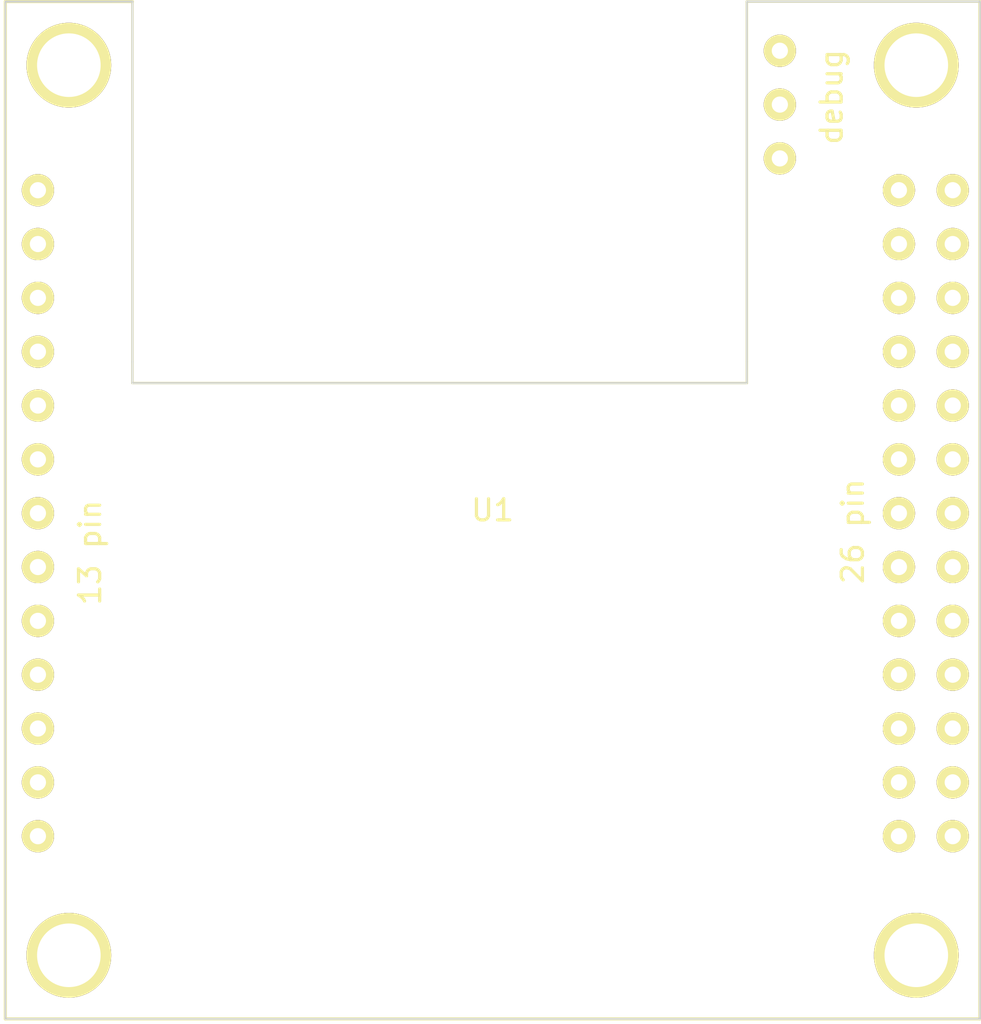
<source format=kicad_pcb>
(kicad_pcb (version 20171130) (host pcbnew 6.0.0-rc1-unknown-15e0771~66~ubuntu16.04.1)

  (general
    (thickness 1.6)
    (drawings 11)
    (tracks 0)
    (zones 0)
    (modules 1)
    (nets 1)
  )

  (page A4)
  (layers
    (0 F.Cu signal)
    (31 B.Cu signal)
    (32 B.Adhes user)
    (33 F.Adhes user)
    (34 B.Paste user)
    (35 F.Paste user)
    (36 B.SilkS user)
    (37 F.SilkS user)
    (38 B.Mask user)
    (39 F.Mask user)
    (40 Dwgs.User user)
    (41 Cmts.User user)
    (42 Eco1.User user)
    (43 Eco2.User user)
    (44 Edge.Cuts user)
    (45 Margin user)
    (46 B.CrtYd user)
    (47 F.CrtYd user)
    (48 B.Fab user)
    (49 F.Fab user)
  )

  (setup
    (last_trace_width 0.25)
    (trace_clearance 0.2)
    (zone_clearance 0.508)
    (zone_45_only no)
    (trace_min 0.2)
    (via_size 0.8)
    (via_drill 0.4)
    (via_min_size 0.4)
    (via_min_drill 0.3)
    (uvia_size 0.3)
    (uvia_drill 0.1)
    (uvias_allowed no)
    (uvia_min_size 0.2)
    (uvia_min_drill 0.1)
    (edge_width 0.1)
    (segment_width 0.2)
    (pcb_text_width 0.3)
    (pcb_text_size 1.5 1.5)
    (mod_edge_width 0.15)
    (mod_text_size 1 1)
    (mod_text_width 0.15)
    (pad_size 1.524 1.524)
    (pad_drill 0.762)
    (pad_to_mask_clearance 0)
    (aux_axis_origin 0 0)
    (visible_elements FFFFFF7F)
    (pcbplotparams
      (layerselection 0x010fc_ffffffff)
      (usegerberextensions false)
      (usegerberattributes false)
      (usegerberadvancedattributes false)
      (creategerberjobfile false)
      (excludeedgelayer true)
      (linewidth 0.100000)
      (plotframeref false)
      (viasonmask false)
      (mode 1)
      (useauxorigin false)
      (hpglpennumber 1)
      (hpglpenspeed 20)
      (hpglpendiameter 15.000000)
      (psnegative false)
      (psa4output false)
      (plotreference true)
      (plotvalue true)
      (plotinvisibletext false)
      (padsonsilk false)
      (subtractmaskfromsilk false)
      (outputformat 1)
      (mirror false)
      (drillshape 1)
      (scaleselection 1)
      (outputdirectory ""))
  )

  (net 0 "")

  (net_class Default "Это класс цепей по умолчанию."
    (clearance 0.2)
    (trace_width 0.25)
    (via_dia 0.8)
    (via_drill 0.4)
    (uvia_dia 0.3)
    (uvia_drill 0.1)
  )

  (module imm:OPiZero3 (layer F.Cu) (tedit 5B8316F6) (tstamp 5B831986)
    (at 116 97)
    (path /5B872250)
    (fp_text reference U1 (at 23 -24) (layer F.SilkS)
      (effects (font (size 1 1) (thickness 0.15)))
    )
    (fp_text value OPiZero (at 23 -3) (layer F.Fab)
      (effects (font (size 1 1) (thickness 0.15)))
    )
    (fp_text user debug (at 39 -43.5 90) (layer F.SilkS)
      (effects (font (size 1 1) (thickness 0.15)))
    )
    (fp_text user "26 pin" (at 40 -23 90) (layer F.SilkS)
      (effects (font (size 1 1) (thickness 0.15)))
    )
    (fp_text user "13 pin" (at 4 -22 90) (layer F.SilkS)
      (effects (font (size 1 1) (thickness 0.15)))
    )
    (fp_line (start 0 -48) (end 6 -48) (layer F.SilkS) (width 0.15))
    (fp_line (start 46 -48) (end 46 0) (layer F.SilkS) (width 0.15))
    (fp_line (start 46 0) (end 0 0) (layer F.SilkS) (width 0.15))
    (fp_line (start 0 0) (end 0 -48) (layer F.SilkS) (width 0.15))
    (fp_line (start 6 -48) (end 6 -30) (layer F.SilkS) (width 0.12))
    (fp_line (start 6 -30) (end 35 -30) (layer F.SilkS) (width 0.12))
    (fp_line (start 35 -30) (end 35 -48) (layer F.SilkS) (width 0.12))
    (fp_line (start 35 -48) (end 46 -48) (layer F.SilkS) (width 0.12))
    (pad "" thru_hole circle (at 43 -45) (size 4 4) (drill 3) (layers *.Cu *.Mask F.SilkS))
    (pad 1 thru_hole circle (at 1.54 -39.1) (size 1.524 1.524) (drill 0.762) (layers *.Cu *.Mask F.SilkS))
    (pad 2 thru_hole circle (at 1.54 -36.56) (size 1.524 1.524) (drill 0.762) (layers *.Cu *.Mask F.SilkS))
    (pad 3 thru_hole circle (at 1.54 -34.02) (size 1.524 1.524) (drill 0.762) (layers *.Cu *.Mask F.SilkS))
    (pad 4 thru_hole circle (at 1.54 -31.48) (size 1.524 1.524) (drill 0.762) (layers *.Cu *.Mask F.SilkS))
    (pad 5 thru_hole circle (at 1.54 -28.94) (size 1.524 1.524) (drill 0.762) (layers *.Cu *.Mask F.SilkS))
    (pad 6 thru_hole circle (at 1.54 -26.4) (size 1.524 1.524) (drill 0.762) (layers *.Cu *.Mask F.SilkS))
    (pad 7 thru_hole circle (at 1.54 -23.86) (size 1.524 1.524) (drill 0.762) (layers *.Cu *.Mask F.SilkS))
    (pad 8 thru_hole circle (at 1.54 -21.32) (size 1.524 1.524) (drill 0.762) (layers *.Cu *.Mask F.SilkS))
    (pad 9 thru_hole circle (at 1.54 -18.78) (size 1.524 1.524) (drill 0.762) (layers *.Cu *.Mask F.SilkS))
    (pad 10 thru_hole circle (at 1.54 -16.24) (size 1.524 1.524) (drill 0.762) (layers *.Cu *.Mask F.SilkS))
    (pad 11 thru_hole circle (at 1.54 -13.7) (size 1.524 1.524) (drill 0.762) (layers *.Cu *.Mask F.SilkS))
    (pad 12 thru_hole circle (at 1.54 -11.16) (size 1.524 1.524) (drill 0.762) (layers *.Cu *.Mask F.SilkS))
    (pad 13 thru_hole circle (at 1.54 -8.62) (size 1.524 1.524) (drill 0.762) (layers *.Cu *.Mask F.SilkS))
    (pad 101 thru_hole circle (at 44.72 -8.62) (size 1.524 1.524) (drill 0.762) (layers *.Cu *.Mask F.SilkS))
    (pad 102 thru_hole circle (at 42.18 -8.62) (size 1.524 1.524) (drill 0.762) (layers *.Cu *.Mask F.SilkS))
    (pad 103 thru_hole circle (at 44.72 -11.16) (size 1.524 1.524) (drill 0.762) (layers *.Cu *.Mask F.SilkS))
    (pad 104 thru_hole circle (at 42.18 -11.16) (size 1.524 1.524) (drill 0.762) (layers *.Cu *.Mask F.SilkS))
    (pad 105 thru_hole circle (at 44.72 -13.7) (size 1.524 1.524) (drill 0.762) (layers *.Cu *.Mask F.SilkS))
    (pad 106 thru_hole circle (at 42.18 -13.7) (size 1.524 1.524) (drill 0.762) (layers *.Cu *.Mask F.SilkS))
    (pad 107 thru_hole circle (at 44.72 -16.24) (size 1.524 1.524) (drill 0.762) (layers *.Cu *.Mask F.SilkS))
    (pad 108 thru_hole circle (at 42.18 -16.24) (size 1.524 1.524) (drill 0.762) (layers *.Cu *.Mask F.SilkS))
    (pad 109 thru_hole circle (at 44.72 -18.78) (size 1.524 1.524) (drill 0.762) (layers *.Cu *.Mask F.SilkS))
    (pad 110 thru_hole circle (at 42.18 -18.78) (size 1.524 1.524) (drill 0.762) (layers *.Cu *.Mask F.SilkS))
    (pad 111 thru_hole circle (at 44.72 -21.32) (size 1.524 1.524) (drill 0.762) (layers *.Cu *.Mask F.SilkS))
    (pad 112 thru_hole circle (at 42.18 -21.32) (size 1.524 1.524) (drill 0.762) (layers *.Cu *.Mask F.SilkS))
    (pad 113 thru_hole circle (at 44.72 -23.86) (size 1.524 1.524) (drill 0.762) (layers *.Cu *.Mask F.SilkS))
    (pad 114 thru_hole circle (at 42.18 -23.86) (size 1.524 1.524) (drill 0.762) (layers *.Cu *.Mask F.SilkS))
    (pad 115 thru_hole circle (at 44.72 -26.4) (size 1.524 1.524) (drill 0.762) (layers *.Cu *.Mask F.SilkS))
    (pad 116 thru_hole circle (at 42.18 -26.4) (size 1.524 1.524) (drill 0.762) (layers *.Cu *.Mask F.SilkS))
    (pad 117 thru_hole circle (at 44.72 -28.94) (size 1.524 1.524) (drill 0.762) (layers *.Cu *.Mask F.SilkS))
    (pad 118 thru_hole circle (at 42.18 -28.94) (size 1.524 1.524) (drill 0.762) (layers *.Cu *.Mask F.SilkS))
    (pad 119 thru_hole circle (at 44.72 -31.48) (size 1.524 1.524) (drill 0.762) (layers *.Cu *.Mask F.SilkS))
    (pad 120 thru_hole circle (at 42.18 -31.48) (size 1.524 1.524) (drill 0.762) (layers *.Cu *.Mask F.SilkS))
    (pad 121 thru_hole circle (at 44.72 -34.02) (size 1.524 1.524) (drill 0.762) (layers *.Cu *.Mask F.SilkS))
    (pad 122 thru_hole circle (at 42.18 -34.02) (size 1.524 1.524) (drill 0.762) (layers *.Cu *.Mask F.SilkS))
    (pad 123 thru_hole circle (at 44.72 -36.56) (size 1.524 1.524) (drill 0.762) (layers *.Cu *.Mask F.SilkS))
    (pad 124 thru_hole circle (at 42.18 -36.56) (size 1.524 1.524) (drill 0.762) (layers *.Cu *.Mask F.SilkS))
    (pad 125 thru_hole circle (at 44.72 -39.1) (size 1.524 1.524) (drill 0.762) (layers *.Cu *.Mask F.SilkS))
    (pad 126 thru_hole circle (at 42.18 -39.1) (size 1.524 1.524) (drill 0.762) (layers *.Cu *.Mask F.SilkS))
    (pad 201 thru_hole circle (at 36.56 -45.68) (size 1.524 1.524) (drill 0.762) (layers *.Cu *.Mask F.SilkS))
    (pad 202 thru_hole circle (at 36.56 -43.14) (size 1.524 1.524) (drill 0.762) (layers *.Cu *.Mask F.SilkS))
    (pad 203 thru_hole circle (at 36.56 -40.6) (size 1.524 1.524) (drill 0.762) (layers *.Cu *.Mask F.SilkS))
    (pad "" thru_hole circle (at 3 -45) (size 4 4) (drill 3) (layers *.Cu *.Mask F.SilkS))
    (pad "" thru_hole circle (at 3 -3) (size 4 4) (drill 3) (layers *.Cu *.Mask F.SilkS))
    (pad "" thru_hole circle (at 43 -3) (size 4 4) (drill 3) (layers *.Cu *.Mask F.SilkS))
    (model ${KISYS3DMOD}/Pin_Headers.3dshapes/Pin_Header_Straight_2x13_Pitch2.54mm.step
      (offset (xyz 42.3 39.1 0))
      (scale (xyz 1 1 1))
      (rotate (xyz 0 0 0))
    )
    (model ${KISYS3DMOD}/Pin_Headers.3dshapes/Pin_Header_Straight_1x13_Pitch2.54mm.wrl
      (offset (xyz 1.5 39.1 0))
      (scale (xyz 1 1 1))
      (rotate (xyz 0 0 0))
    )
    (model ${KISYS3DMOD}/Pin_Headers.3dshapes/Pin_Header_Straight_1x03_Pitch2.54mm.wrl
      (offset (xyz 36.6 45.7 0))
      (scale (xyz 1 1 1))
      (rotate (xyz 0 0 0))
    )
    (model ${KISYS3DMOD}/Connector_PinSocket_2.54mm.3dshapes/PinSocket_1x03_P2.54mm_Vertical.step
      (offset (xyz 36.5 45.7 -1.6))
      (scale (xyz 1 1 1))
      (rotate (xyz 0 180 0))
    )
    (model ${KISYS3DMOD}/Connector_PinSocket_2.54mm.3dshapes/PinSocket_1x13_P2.54mm_Vertical.step
      (offset (xyz 1.5 8.6 -1.6))
      (scale (xyz 1 1 1))
      (rotate (xyz 180 0 0))
    )
    (model ${KISYS3DMOD}/Connector_PinSocket_2.54mm.3dshapes/PinSocket_2x13_P2.54mm_Vertical.step
      (offset (xyz 44.8 8.6 -1.6))
      (scale (xyz 1 1 1))
      (rotate (xyz -180 0 0))
    )
  )

  (gr_line (start 151 66) (end 151 67) (layer Edge.Cuts) (width 0.1))
  (gr_line (start 122 66) (end 122 67) (layer Edge.Cuts) (width 0.1))
  (gr_line (start 121 49) (end 122 49) (layer Edge.Cuts) (width 0.1))
  (gr_line (start 116 49) (end 121 49) (layer Edge.Cuts) (width 0.1))
  (gr_line (start 116 97) (end 116 49) (layer Edge.Cuts) (width 0.1))
  (gr_line (start 162 97) (end 116 97) (layer Edge.Cuts) (width 0.1))
  (gr_line (start 162 49) (end 162 97) (layer Edge.Cuts) (width 0.1))
  (gr_line (start 151 49) (end 162 49) (layer Edge.Cuts) (width 0.1))
  (gr_line (start 151 66) (end 151 49) (layer Edge.Cuts) (width 0.1))
  (gr_line (start 122 67) (end 151 67) (layer Edge.Cuts) (width 0.1))
  (gr_line (start 122 49) (end 122 66) (layer Edge.Cuts) (width 0.1))

)

</source>
